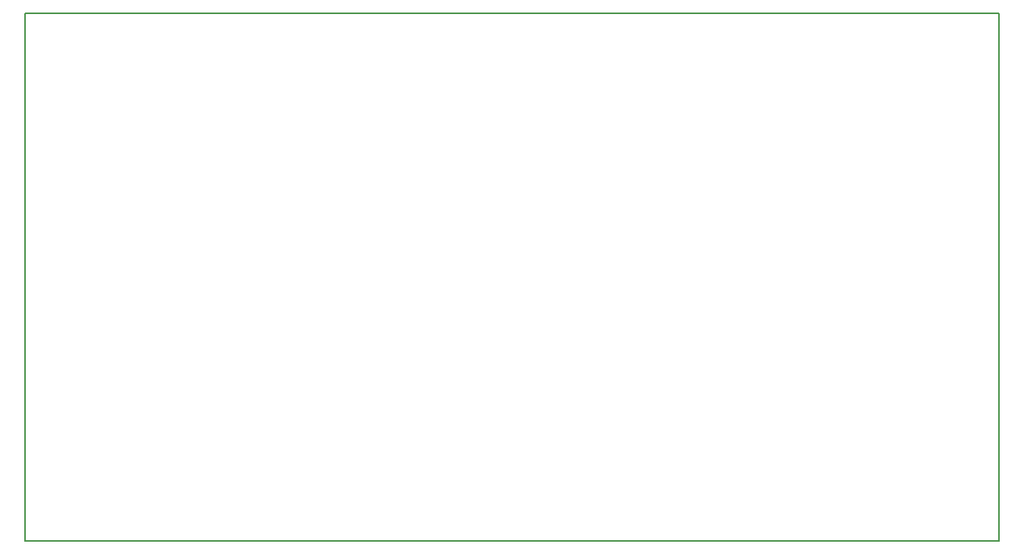
<source format=gbr>
G04 #@! TF.FileFunction,Profile,NP*
%FSLAX46Y46*%
G04 Gerber Fmt 4.6, Leading zero omitted, Abs format (unit mm)*
G04 Created by KiCad (PCBNEW 4.0.6+dfsg1-1) date Wed Nov  1 12:46:00 2017*
%MOMM*%
%LPD*%
G01*
G04 APERTURE LIST*
%ADD10C,0.050000*%
%ADD11C,0.150000*%
G04 APERTURE END LIST*
D10*
D11*
X196850000Y-128270000D02*
X196850000Y-71120000D01*
X91440000Y-128270000D02*
X196850000Y-128270000D01*
X91440000Y-127000000D02*
X91440000Y-128270000D01*
X91440000Y-71120000D02*
X91440000Y-127000000D01*
X196850000Y-71120000D02*
X91440000Y-71120000D01*
M02*

</source>
